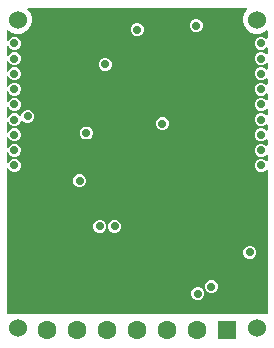
<source format=gbr>
%TF.GenerationSoftware,Altium Limited,Altium Designer,22.10.1 (41)*%
G04 Layer_Physical_Order=3*
G04 Layer_Color=16440176*
%FSLAX45Y45*%
%MOMM*%
%TF.SameCoordinates,31040185-1CDC-4878-9C2F-C35C27A90F04*%
%TF.FilePolarity,Positive*%
%TF.FileFunction,Copper,L3,Inr,Signal*%
%TF.Part,Single*%
G01*
G75*
%TA.AperFunction,ViaPad*%
%ADD26C,1.52400*%
%TA.AperFunction,ComponentPad*%
%ADD27C,1.60000*%
%ADD28R,1.60000X1.60000*%
%TA.AperFunction,ViaPad*%
%ADD29C,0.70000*%
G36*
X2132594Y2892300D02*
X2118976Y2878682D01*
X2103178Y2851318D01*
X2095000Y2820798D01*
Y2789202D01*
X2103178Y2758682D01*
X2118976Y2731318D01*
X2141318Y2708976D01*
X2168681Y2693178D01*
X2199202Y2685000D01*
X2230798D01*
X2261318Y2693178D01*
X2288682Y2708976D01*
X2293267Y2713561D01*
X2305000Y2708701D01*
Y2645741D01*
X2292300Y2640481D01*
X2281155Y2651626D01*
X2260940Y2659999D01*
X2239060D01*
X2218845Y2651626D01*
X2203374Y2636154D01*
X2195000Y2615939D01*
Y2594059D01*
X2203374Y2573844D01*
X2218845Y2558373D01*
X2239060Y2549999D01*
X2260940D01*
X2281155Y2558373D01*
X2292300Y2569518D01*
X2305000Y2564257D01*
Y2516366D01*
X2292300Y2511106D01*
X2281155Y2522251D01*
X2260940Y2530624D01*
X2239060D01*
X2218845Y2522251D01*
X2203374Y2506779D01*
X2195000Y2486564D01*
Y2464684D01*
X2203374Y2444469D01*
X2218845Y2428998D01*
X2239060Y2420624D01*
X2260940D01*
X2281155Y2428998D01*
X2292300Y2440143D01*
X2305000Y2434882D01*
Y2386991D01*
X2292300Y2381731D01*
X2281155Y2392876D01*
X2260940Y2401249D01*
X2239060D01*
X2218845Y2392876D01*
X2203374Y2377404D01*
X2195000Y2357189D01*
Y2335309D01*
X2203374Y2315094D01*
X2218845Y2299623D01*
X2239060Y2291249D01*
X2260940D01*
X2281155Y2299623D01*
X2292300Y2310768D01*
X2305000Y2305507D01*
Y2257617D01*
X2292300Y2252356D01*
X2281155Y2263501D01*
X2260940Y2271874D01*
X2239060D01*
X2218845Y2263501D01*
X2203374Y2248029D01*
X2195000Y2227814D01*
Y2205934D01*
X2203374Y2185720D01*
X2218845Y2170248D01*
X2239060Y2161875D01*
X2260940D01*
X2281155Y2170248D01*
X2292300Y2181393D01*
X2305000Y2176132D01*
Y2128242D01*
X2292300Y2122981D01*
X2281155Y2134126D01*
X2260940Y2142499D01*
X2239060D01*
X2218845Y2134126D01*
X2203374Y2118654D01*
X2195000Y2098440D01*
Y2076559D01*
X2203374Y2056345D01*
X2218845Y2040873D01*
X2239060Y2032500D01*
X2260940D01*
X2281155Y2040873D01*
X2292300Y2052018D01*
X2305000Y2046757D01*
Y1999851D01*
X2292300Y1994590D01*
X2282139Y2004751D01*
X2261924Y2013124D01*
X2240044D01*
X2219829Y2004751D01*
X2204358Y1989279D01*
X2195984Y1969065D01*
Y1947185D01*
X2204358Y1926970D01*
X2219829Y1911498D01*
X2240044Y1903125D01*
X2261924D01*
X2282139Y1911498D01*
X2292300Y1921659D01*
X2305000Y1916399D01*
Y1870476D01*
X2292300Y1865215D01*
X2282139Y1875376D01*
X2261924Y1883750D01*
X2240044D01*
X2219829Y1875376D01*
X2204358Y1859905D01*
X2195984Y1839690D01*
Y1817810D01*
X2204358Y1797595D01*
X2219829Y1782123D01*
X2240044Y1773750D01*
X2261924D01*
X2282139Y1782123D01*
X2292300Y1792284D01*
X2305000Y1787024D01*
Y1741101D01*
X2292300Y1735840D01*
X2282139Y1746001D01*
X2261924Y1754375D01*
X2240044D01*
X2219829Y1746001D01*
X2204358Y1730530D01*
X2195984Y1710315D01*
Y1688435D01*
X2204358Y1668220D01*
X2219829Y1652748D01*
X2240044Y1644375D01*
X2261924D01*
X2282139Y1652748D01*
X2292300Y1662909D01*
X2305000Y1657649D01*
Y1611726D01*
X2292300Y1606465D01*
X2282139Y1616626D01*
X2261924Y1625000D01*
X2240044D01*
X2219829Y1616626D01*
X2204358Y1601155D01*
X2195984Y1580940D01*
Y1559060D01*
X2204358Y1538845D01*
X2219829Y1523373D01*
X2240044Y1515000D01*
X2261924D01*
X2282139Y1523373D01*
X2292300Y1533534D01*
X2305000Y1528274D01*
Y310000D01*
X95000D01*
Y1550015D01*
X107700Y1552541D01*
X113373Y1538845D01*
X128845Y1523373D01*
X149060Y1515000D01*
X170940D01*
X191155Y1523373D01*
X206626Y1538845D01*
X215000Y1559060D01*
Y1580940D01*
X206626Y1601155D01*
X191155Y1616626D01*
X170940Y1625000D01*
X149060D01*
X128845Y1616626D01*
X113373Y1601155D01*
X107700Y1587458D01*
X95000Y1589985D01*
Y1681765D01*
X107700Y1684292D01*
X114357Y1668220D01*
X129829Y1652748D01*
X150044Y1644375D01*
X171924D01*
X192139Y1652748D01*
X207610Y1668220D01*
X215984Y1688435D01*
Y1710315D01*
X207610Y1730530D01*
X192139Y1746001D01*
X171924Y1754375D01*
X150044D01*
X129829Y1746001D01*
X114357Y1730530D01*
X107700Y1714458D01*
X95000Y1716984D01*
Y1811140D01*
X107700Y1813667D01*
X114357Y1797595D01*
X129829Y1782123D01*
X150044Y1773750D01*
X171924D01*
X192139Y1782123D01*
X207610Y1797595D01*
X215984Y1817810D01*
Y1839690D01*
X207610Y1859905D01*
X192139Y1875376D01*
X171924Y1883750D01*
X150044D01*
X129829Y1875376D01*
X114357Y1859905D01*
X107700Y1843833D01*
X95000Y1846359D01*
Y1940515D01*
X107700Y1943042D01*
X114357Y1926970D01*
X129829Y1911498D01*
X150044Y1903125D01*
X171924D01*
X192139Y1911498D01*
X207610Y1926970D01*
X215984Y1947185D01*
Y1950570D01*
X226976Y1953476D01*
X228684Y1953535D01*
X243845Y1938374D01*
X264060Y1930000D01*
X285940D01*
X306155Y1938374D01*
X321626Y1953845D01*
X330000Y1974060D01*
Y1995940D01*
X321626Y2016155D01*
X306155Y2031627D01*
X285940Y2040000D01*
X264060D01*
X243845Y2031627D01*
X228373Y2016155D01*
X220000Y1995940D01*
Y1992555D01*
X209007Y1989649D01*
X207300Y1989590D01*
X192139Y2004751D01*
X171924Y2013124D01*
X150044D01*
X129829Y2004751D01*
X114357Y1989279D01*
X107700Y1973208D01*
X95000Y1975734D01*
Y2067515D01*
X107700Y2070041D01*
X113373Y2056345D01*
X128845Y2040873D01*
X149060Y2032500D01*
X170940D01*
X191155Y2040873D01*
X206626Y2056345D01*
X215000Y2076559D01*
Y2098440D01*
X206626Y2118654D01*
X191155Y2134126D01*
X170940Y2142499D01*
X149060D01*
X128845Y2134126D01*
X113373Y2118654D01*
X107700Y2104958D01*
X95000Y2107484D01*
Y2196890D01*
X107700Y2199416D01*
X113373Y2185720D01*
X128845Y2170248D01*
X149060Y2161875D01*
X170940D01*
X191155Y2170248D01*
X206626Y2185720D01*
X215000Y2205934D01*
Y2227814D01*
X206626Y2248029D01*
X191155Y2263501D01*
X170940Y2271874D01*
X149060D01*
X128845Y2263501D01*
X113373Y2248029D01*
X107700Y2234333D01*
X95000Y2236859D01*
Y2326265D01*
X107700Y2328791D01*
X113373Y2315094D01*
X128845Y2299623D01*
X149060Y2291249D01*
X170940D01*
X191155Y2299623D01*
X206626Y2315094D01*
X215000Y2335309D01*
Y2357189D01*
X206626Y2377404D01*
X191155Y2392876D01*
X170940Y2401249D01*
X149060D01*
X128845Y2392876D01*
X113373Y2377404D01*
X107700Y2363708D01*
X95000Y2366234D01*
Y2455639D01*
X107700Y2458166D01*
X113373Y2444469D01*
X128845Y2428998D01*
X149060Y2420624D01*
X170940D01*
X191155Y2428998D01*
X206626Y2444469D01*
X215000Y2464684D01*
Y2486564D01*
X206626Y2506779D01*
X191155Y2522251D01*
X170940Y2530624D01*
X149060D01*
X128845Y2522251D01*
X113373Y2506779D01*
X107700Y2493083D01*
X95000Y2495609D01*
Y2585014D01*
X107700Y2587541D01*
X113373Y2573844D01*
X128845Y2558373D01*
X149060Y2549999D01*
X170940D01*
X191155Y2558373D01*
X206626Y2573844D01*
X215000Y2594059D01*
Y2615939D01*
X206626Y2636154D01*
X191155Y2651626D01*
X170940Y2659999D01*
X149060D01*
X128845Y2651626D01*
X113373Y2636154D01*
X107700Y2622458D01*
X95000Y2624984D01*
Y2713700D01*
X106733Y2718561D01*
X116318Y2708976D01*
X143681Y2693178D01*
X174202Y2685000D01*
X205798D01*
X236318Y2693178D01*
X263682Y2708976D01*
X286024Y2731318D01*
X301822Y2758682D01*
X310000Y2789202D01*
Y2820798D01*
X301822Y2851318D01*
X286024Y2878682D01*
X272406Y2892300D01*
X277666Y2905000D01*
X2127334D01*
X2132594Y2892300D01*
D02*
G37*
%LPC*%
G36*
X1710940Y2810000D02*
X1689060D01*
X1668845Y2801627D01*
X1653373Y2786155D01*
X1645000Y2765940D01*
Y2744060D01*
X1653373Y2723845D01*
X1668845Y2708374D01*
X1689060Y2700000D01*
X1710940D01*
X1731155Y2708374D01*
X1746626Y2723845D01*
X1755000Y2744060D01*
Y2765940D01*
X1746626Y2786155D01*
X1731155Y2801627D01*
X1710940Y2810000D01*
D02*
G37*
G36*
X1210940Y2775000D02*
X1189060D01*
X1168845Y2766626D01*
X1153373Y2751155D01*
X1145000Y2730940D01*
Y2709060D01*
X1153373Y2688845D01*
X1168845Y2673373D01*
X1189060Y2665000D01*
X1210940D01*
X1231155Y2673373D01*
X1246626Y2688845D01*
X1255000Y2709060D01*
Y2730940D01*
X1246626Y2751155D01*
X1231155Y2766626D01*
X1210940Y2775000D01*
D02*
G37*
G36*
X940940Y2480000D02*
X919060D01*
X898845Y2471627D01*
X883373Y2456155D01*
X875000Y2435940D01*
Y2414060D01*
X883373Y2393845D01*
X898845Y2378373D01*
X919060Y2370000D01*
X940940D01*
X961155Y2378373D01*
X976626Y2393845D01*
X985000Y2414060D01*
Y2435940D01*
X976626Y2456155D01*
X961155Y2471627D01*
X940940Y2480000D01*
D02*
G37*
G36*
X1425940Y1980000D02*
X1404060D01*
X1383845Y1971626D01*
X1368373Y1956155D01*
X1360000Y1935940D01*
Y1914060D01*
X1368373Y1893845D01*
X1383845Y1878373D01*
X1404060Y1870000D01*
X1425940D01*
X1446155Y1878373D01*
X1461626Y1893845D01*
X1470000Y1914060D01*
Y1935940D01*
X1461626Y1956155D01*
X1446155Y1971626D01*
X1425940Y1980000D01*
D02*
G37*
G36*
X780940Y1900000D02*
X759060D01*
X738845Y1891627D01*
X723373Y1876155D01*
X715000Y1855940D01*
Y1834060D01*
X723373Y1813845D01*
X738845Y1798374D01*
X759060Y1790000D01*
X780940D01*
X801155Y1798374D01*
X816627Y1813845D01*
X825000Y1834060D01*
Y1855940D01*
X816627Y1876155D01*
X801155Y1891627D01*
X780940Y1900000D01*
D02*
G37*
G36*
X725940Y1495000D02*
X704060D01*
X683845Y1486626D01*
X668374Y1471155D01*
X660000Y1450940D01*
Y1429060D01*
X668374Y1408845D01*
X683845Y1393373D01*
X704060Y1385000D01*
X725940D01*
X746155Y1393373D01*
X761627Y1408845D01*
X770000Y1429060D01*
Y1450940D01*
X761627Y1471155D01*
X746155Y1486626D01*
X725940Y1495000D01*
D02*
G37*
G36*
X895940Y1110000D02*
X874060D01*
X853845Y1101626D01*
X838373Y1086155D01*
X830000Y1065940D01*
Y1044060D01*
X838373Y1023845D01*
X853845Y1008373D01*
X874060Y1000000D01*
X895940D01*
X916155Y1008373D01*
X931627Y1023845D01*
X940000Y1044060D01*
Y1065940D01*
X931627Y1086155D01*
X916155Y1101626D01*
X895940Y1110000D01*
D02*
G37*
G36*
X1021531Y1109117D02*
X999651D01*
X979436Y1100744D01*
X963964Y1085272D01*
X955591Y1065058D01*
Y1043177D01*
X963964Y1022963D01*
X979436Y1007491D01*
X999651Y999118D01*
X1021531D01*
X1041746Y1007491D01*
X1057217Y1022963D01*
X1065591Y1043177D01*
Y1065058D01*
X1057217Y1085272D01*
X1041746Y1100744D01*
X1021531Y1109117D01*
D02*
G37*
G36*
X2165940Y890000D02*
X2144060D01*
X2123845Y881627D01*
X2108373Y866155D01*
X2100000Y845940D01*
Y824060D01*
X2108373Y803845D01*
X2123845Y788374D01*
X2144060Y780000D01*
X2165940D01*
X2186155Y788374D01*
X2201627Y803845D01*
X2210000Y824060D01*
Y845940D01*
X2201627Y866155D01*
X2186155Y881627D01*
X2165940Y890000D01*
D02*
G37*
G36*
X1840940Y600000D02*
X1819060D01*
X1798845Y591626D01*
X1783373Y576155D01*
X1775000Y555940D01*
Y534060D01*
X1783373Y513845D01*
X1798845Y498373D01*
X1819060Y490000D01*
X1840940D01*
X1861155Y498373D01*
X1876626Y513845D01*
X1885000Y534060D01*
Y555940D01*
X1876626Y576155D01*
X1861155Y591626D01*
X1840940Y600000D01*
D02*
G37*
G36*
X1725940Y540000D02*
X1704060D01*
X1683845Y531627D01*
X1668374Y516155D01*
X1660000Y495940D01*
Y474060D01*
X1668374Y453845D01*
X1683845Y438374D01*
X1704060Y430000D01*
X1725940D01*
X1746155Y438374D01*
X1761627Y453845D01*
X1770000Y474060D01*
Y495940D01*
X1761627Y516155D01*
X1746155Y531627D01*
X1725940Y540000D01*
D02*
G37*
%LPD*%
D26*
X2215000Y190000D02*
D03*
Y2805000D02*
D03*
X190000D02*
D03*
Y190000D02*
D03*
D27*
X946000Y175000D02*
D03*
X1454000D02*
D03*
X1708000D02*
D03*
X1200000D02*
D03*
X692000D02*
D03*
X438000D02*
D03*
D28*
X1962000D02*
D03*
D29*
X885000Y1055000D02*
D03*
X1010591Y1054118D02*
D03*
X1715000Y635000D02*
D03*
X1830000Y545000D02*
D03*
X1715000Y485000D02*
D03*
X2155000Y835000D02*
D03*
X715000Y1440000D02*
D03*
X1060000Y670000D02*
D03*
X930000Y2425000D02*
D03*
X515000Y2755000D02*
D03*
X595000Y1840000D02*
D03*
X770000Y1845000D02*
D03*
X275000Y1985000D02*
D03*
X2250000Y2604999D02*
D03*
Y2475624D02*
D03*
Y2346249D02*
D03*
Y2216874D02*
D03*
Y2087500D02*
D03*
X2250984Y1958125D02*
D03*
Y1828750D02*
D03*
Y1699375D02*
D03*
Y1570000D02*
D03*
X160000Y2604999D02*
D03*
Y2475624D02*
D03*
Y2346249D02*
D03*
Y2216874D02*
D03*
Y2087500D02*
D03*
X160984Y1958125D02*
D03*
Y1828750D02*
D03*
Y1699375D02*
D03*
X160000Y1570000D02*
D03*
X1700000Y2755000D02*
D03*
X1200000Y2720000D02*
D03*
X1415000Y1925000D02*
D03*
X1825000Y1865000D02*
D03*
%TF.MD5,0ad0609935f56b5685af5bd124e5239b*%
M02*

</source>
